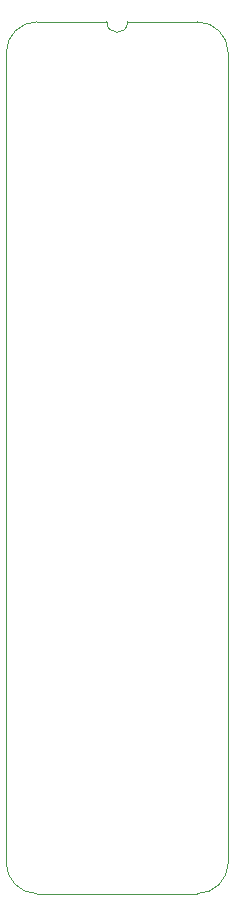
<source format=gm1>
%TF.GenerationSoftware,KiCad,Pcbnew,7.0.5*%
%TF.CreationDate,2024-02-15T21:19:00+02:00*%
%TF.ProjectId,HCP65 MPU Address Decode,48435036-3520-44d5-9055-204164647265,V1*%
%TF.SameCoordinates,PX525bfc0PY43d3480*%
%TF.FileFunction,Profile,NP*%
%FSLAX46Y46*%
G04 Gerber Fmt 4.6, Leading zero omitted, Abs format (unit mm)*
G04 Created by KiCad (PCBNEW 7.0.5) date 2024-02-15 21:19:00*
%MOMM*%
%LPD*%
G01*
G04 APERTURE LIST*
%TA.AperFunction,Profile*%
%ADD10C,0.100000*%
%TD*%
G04 APERTURE END LIST*
D10*
%TO.C,J2*%
X-1778000Y-68580000D02*
X-1778000Y0D01*
X6731000Y2616200D02*
X835732Y2613732D01*
X14404267Y2613733D02*
X8509000Y2616200D01*
X14404268Y-71193732D02*
X835733Y-71193733D01*
X17018000Y-68580000D02*
X17017999Y1D01*
X835732Y2613732D02*
G75*
G03*
X-1778000Y0I-1J-2613731D01*
G01*
X-1778000Y-68580000D02*
G75*
G03*
X835733Y-71193733I2613727J-6D01*
G01*
X6731000Y2616200D02*
G75*
G03*
X8509000Y2616200I889000J0D01*
G01*
X17017993Y1D02*
G75*
G03*
X14404267Y2613733I-2613743J-11D01*
G01*
X14404268Y-71193730D02*
G75*
G03*
X17018000Y-68580000I2J2613730D01*
G01*
%TD*%
M02*

</source>
